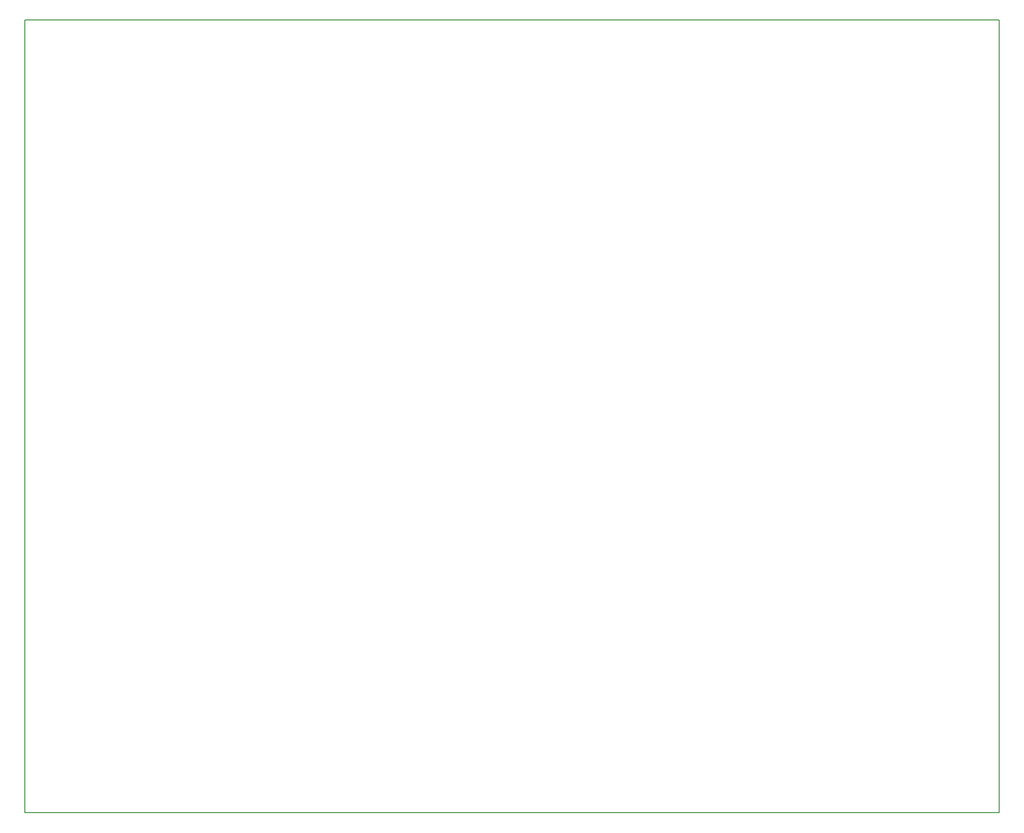
<source format=gbr>
G04 #@! TF.FileFunction,Profile,NP*
%FSLAX46Y46*%
G04 Gerber Fmt 4.6, Leading zero omitted, Abs format (unit mm)*
G04 Created by KiCad (PCBNEW 4.0.7) date 01/13/18 22:59:49*
%MOMM*%
%LPD*%
G01*
G04 APERTURE LIST*
%ADD10C,0.100000*%
%ADD11C,0.150000*%
G04 APERTURE END LIST*
D10*
D11*
X0Y-138000000D02*
X0Y0D01*
X169500000Y-138000000D02*
X0Y-138000000D01*
X169500000Y0D02*
X169500000Y-138000000D01*
X0Y0D02*
X169500000Y0D01*
M02*

</source>
